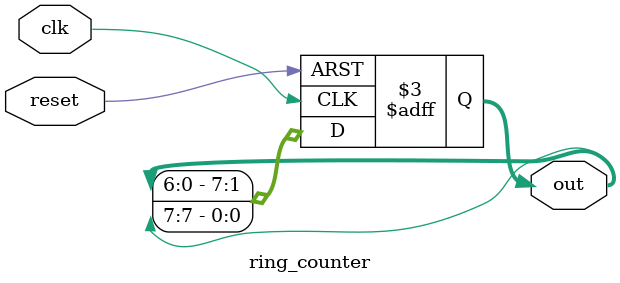
<source format=v>
module ring_counter(clk,reset,out);
	input clk, reset;
	output reg [7:0] out;
    	 //wire clk1mhz;
	 //clock_divider c1(clk,reset,clk1mhz);
	 always @(posedge clk or negedge reset)
	 if (~reset)
	 out <= 8'b0000001;//initial state
	 else 
	 out <= {out[6:0],out[7]};// shift one bit

endmodule

</source>
